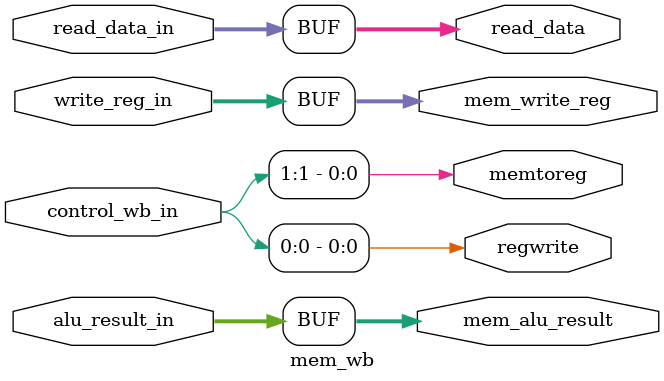
<source format=v>
module mem_wb (
        input  wire [1:0]  control_wb_in,
        input  wire [31:0] read_data_in,
                           alu_result_in,
        input  wire [4:0]  write_reg_in,

        output reg         regwrite,
                           memtoreg,
        output reg  [31:0] read_data,
                           mem_alu_result,
        output reg  [4:0]  mem_write_reg
    );

initial begin
    regwrite       <= 0;
    memtoreg       <= 0;
    read_data      <= 32'b0;
    mem_alu_result <= 32'b0;
    mem_write_reg  <= 5'b0;
end

always @ * begin
    #1
    regwrite       <= control_wb_in[0];
    memtoreg       <= control_wb_in[1];
    read_data      <= read_data_in;
    mem_alu_result <= alu_result_in;
    mem_write_reg  <= write_reg_in;
end

endmodule

</source>
